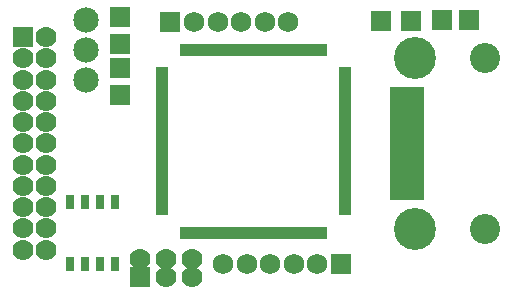
<source format=gbr>
%FSLAX23Y23*%
%MOMM*%
G04 EasyPC Gerber Version 16.0.6 Build 3249 *
%ADD91R,0.57400X1.05400*%
%ADD92R,0.80400X1.25400*%
%ADD74R,1.65100X1.77800*%
%ADD77R,1.75400X1.75400*%
%ADD27R,1.77800X1.77800*%
%ADD73R,1.77800X1.77800*%
%ADD78C,1.75400*%
%ADD26C,1.77800*%
%ADD99C,2.15400*%
%ADD29C,2.55400*%
%ADD90R,1.05400X0.57400*%
%ADD93R,2.85400X0.60400*%
%ADD28C,3.55400*%
%ADD72R,1.77800X1.65100*%
X0Y0D02*
D02*
D26*
X2213Y15437D03*
Y17237D03*
Y19037D03*
Y20837D03*
Y22637D03*
Y24437D03*
Y26237D03*
Y28037D03*
Y29837D03*
Y31637D03*
X4184Y33467D03*
X4204Y31667D03*
X4214Y15437D03*
Y17237D03*
Y19037D03*
Y20837D03*
Y22637D03*
Y24437D03*
Y26237D03*
Y28037D03*
Y29837D03*
X12164Y14687D03*
X14364Y13087D03*
Y14687D03*
X16564Y13087D03*
Y14687D03*
D02*
D27*
X2213Y33437D03*
D02*
D28*
X35414Y17187D03*
Y31687D03*
D02*
D29*
X41339Y17187D03*
Y31687D03*
D02*
D72*
X37721Y34887D03*
X40007D03*
D02*
D73*
X32574Y34787D03*
X35114D03*
D02*
D74*
X10414Y28494D03*
Y30780D03*
Y32844D03*
Y35130D03*
D02*
D77*
X12164Y13087D03*
X14714Y34737D03*
X29164Y14237D03*
D02*
D78*
X16714Y34737D03*
X18714D03*
X19164Y14237D03*
X20714Y34737D03*
X21164Y14237D03*
X22714Y34737D03*
X23164Y14237D03*
X24714Y34737D03*
X25164Y14237D03*
X27164D03*
D02*
D90*
X14014Y18637D03*
Y19137D03*
Y19637D03*
Y20137D03*
Y20637D03*
Y21137D03*
Y21637D03*
Y22137D03*
Y22637D03*
Y23137D03*
Y23637D03*
Y24137D03*
Y24637D03*
Y25137D03*
Y25637D03*
Y26137D03*
Y26637D03*
Y27137D03*
Y27637D03*
Y28137D03*
Y28637D03*
Y29137D03*
Y29637D03*
Y30137D03*
Y30637D03*
X29514Y18637D03*
Y19137D03*
Y19637D03*
Y20137D03*
Y20637D03*
Y21137D03*
Y21637D03*
Y22137D03*
Y22637D03*
Y23137D03*
Y23637D03*
Y24137D03*
Y24637D03*
Y25137D03*
Y25637D03*
Y26137D03*
Y26637D03*
Y27137D03*
Y27637D03*
Y28137D03*
Y28637D03*
Y29137D03*
Y29637D03*
Y30137D03*
Y30637D03*
D02*
D91*
X15764Y16887D03*
Y32387D03*
X16264Y16887D03*
Y32387D03*
X16764Y16887D03*
Y32387D03*
X17264Y16887D03*
Y32387D03*
X17764Y16887D03*
Y32387D03*
X18264Y16887D03*
Y32387D03*
X18764Y16887D03*
Y32387D03*
X19264Y16887D03*
Y32387D03*
X19764Y16887D03*
Y32387D03*
X20264Y16887D03*
Y32387D03*
X20764Y16887D03*
Y32387D03*
X21264Y16887D03*
Y32387D03*
X21764Y16887D03*
Y32387D03*
X22264Y16887D03*
Y32387D03*
X22764Y16887D03*
Y32387D03*
X23264Y16887D03*
Y32387D03*
X23764Y16887D03*
Y32387D03*
X24264Y16887D03*
Y32387D03*
X24764Y16887D03*
Y32387D03*
X25264Y16887D03*
Y32387D03*
X25764Y16887D03*
Y32387D03*
X26264Y16887D03*
Y32387D03*
X26764Y16887D03*
Y32387D03*
X27264Y16887D03*
Y32387D03*
X27764Y16887D03*
Y32387D03*
D02*
D92*
X6209Y14187D03*
Y19487D03*
X7478Y14187D03*
Y19487D03*
X8749Y14187D03*
Y19487D03*
X10019Y14187D03*
Y19487D03*
D02*
D93*
X34714Y19937D03*
Y20437D03*
Y20937D03*
Y21437D03*
Y21937D03*
Y22437D03*
Y22937D03*
Y23437D03*
Y23937D03*
Y24437D03*
Y24937D03*
Y25437D03*
Y25937D03*
Y26437D03*
Y26937D03*
Y27437D03*
Y27937D03*
Y28437D03*
Y28937D03*
D02*
D99*
X7614Y29847D03*
Y32387D03*
Y34927D03*
X0Y0D02*
M02*

</source>
